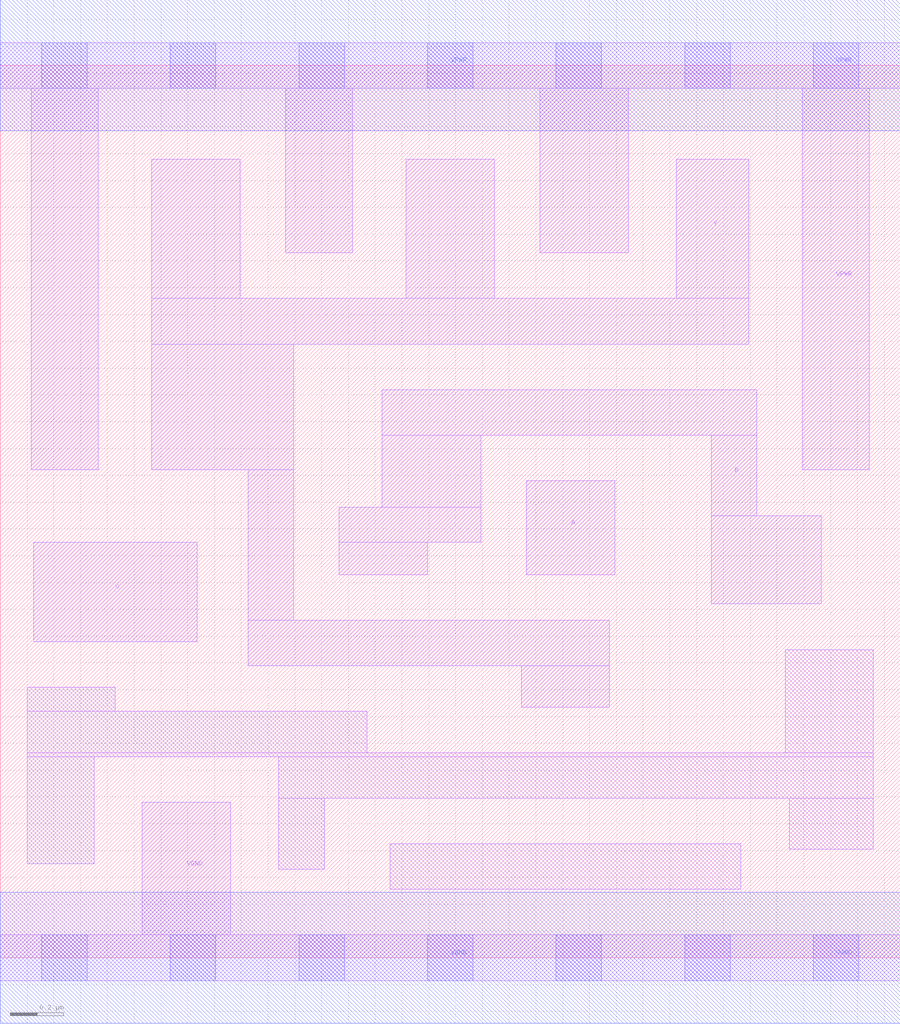
<source format=lef>
# Copyright 2020 The SkyWater PDK Authors
#
# Licensed under the Apache License, Version 2.0 (the "License");
# you may not use this file except in compliance with the License.
# You may obtain a copy of the License at
#
#     https://www.apache.org/licenses/LICENSE-2.0
#
# Unless required by applicable law or agreed to in writing, software
# distributed under the License is distributed on an "AS IS" BASIS,
# WITHOUT WARRANTIES OR CONDITIONS OF ANY KIND, either express or implied.
# See the License for the specific language governing permissions and
# limitations under the License.
#
# SPDX-License-Identifier: Apache-2.0

VERSION 5.7 ;
  NAMESCASESENSITIVE ON ;
  NOWIREEXTENSIONATPIN ON ;
  DIVIDERCHAR "/" ;
  BUSBITCHARS "[]" ;
UNITS
  DATABASE MICRONS 200 ;
END UNITS
MACRO sky130_fd_sc_hs__nand3_2
  CLASS CORE ;
  SOURCE USER ;
  FOREIGN sky130_fd_sc_hs__nand3_2 ;
  ORIGIN  0.000000  0.000000 ;
  SIZE  3.360000 BY  3.330000 ;
  SYMMETRY X Y ;
  SITE unit ;
  PIN A
    ANTENNAGATEAREA  0.558000 ;
    DIRECTION INPUT ;
    USE SIGNAL ;
    PORT
      LAYER li1 ;
        RECT 1.965000 1.430000 2.295000 1.780000 ;
    END
  END A
  PIN B
    ANTENNAGATEAREA  0.558000 ;
    DIRECTION INPUT ;
    USE SIGNAL ;
    PORT
      LAYER li1 ;
        RECT 1.265000 1.430000 1.595000 1.550000 ;
        RECT 1.265000 1.550000 1.795000 1.680000 ;
        RECT 1.425000 1.680000 1.795000 1.950000 ;
        RECT 1.425000 1.950000 2.825000 2.120000 ;
        RECT 2.655000 1.320000 3.065000 1.650000 ;
        RECT 2.655000 1.650000 2.825000 1.950000 ;
    END
  END B
  PIN C
    ANTENNAGATEAREA  0.558000 ;
    DIRECTION INPUT ;
    USE SIGNAL ;
    PORT
      LAYER li1 ;
        RECT 0.125000 1.180000 0.735000 1.550000 ;
    END
  END C
  PIN Y
    ANTENNADIFFAREA  1.220800 ;
    DIRECTION OUTPUT ;
    USE SIGNAL ;
    PORT
      LAYER li1 ;
        RECT 0.565000 1.820000 1.095000 2.290000 ;
        RECT 0.565000 2.290000 2.795000 2.460000 ;
        RECT 0.565000 2.460000 0.895000 2.980000 ;
        RECT 0.925000 1.090000 2.275000 1.260000 ;
        RECT 0.925000 1.260000 1.095000 1.820000 ;
        RECT 1.515000 2.460000 1.845000 2.980000 ;
        RECT 1.945000 0.935000 2.275000 1.090000 ;
        RECT 2.525000 2.460000 2.795000 2.980000 ;
    END
  END Y
  PIN VGND
    DIRECTION INOUT ;
    USE GROUND ;
    PORT
      LAYER li1 ;
        RECT 0.000000 -0.085000 3.360000 0.085000 ;
        RECT 0.530000  0.085000 0.860000 0.580000 ;
      LAYER mcon ;
        RECT 0.155000 -0.085000 0.325000 0.085000 ;
        RECT 0.635000 -0.085000 0.805000 0.085000 ;
        RECT 1.115000 -0.085000 1.285000 0.085000 ;
        RECT 1.595000 -0.085000 1.765000 0.085000 ;
        RECT 2.075000 -0.085000 2.245000 0.085000 ;
        RECT 2.555000 -0.085000 2.725000 0.085000 ;
        RECT 3.035000 -0.085000 3.205000 0.085000 ;
      LAYER met1 ;
        RECT 0.000000 -0.245000 3.360000 0.245000 ;
    END
  END VGND
  PIN VPWR
    DIRECTION INOUT ;
    USE POWER ;
    PORT
      LAYER li1 ;
        RECT 0.000000 3.245000 3.360000 3.415000 ;
        RECT 0.115000 1.820000 0.365000 3.245000 ;
        RECT 1.065000 2.630000 1.315000 3.245000 ;
        RECT 2.015000 2.630000 2.345000 3.245000 ;
        RECT 2.995000 1.820000 3.245000 3.245000 ;
      LAYER mcon ;
        RECT 0.155000 3.245000 0.325000 3.415000 ;
        RECT 0.635000 3.245000 0.805000 3.415000 ;
        RECT 1.115000 3.245000 1.285000 3.415000 ;
        RECT 1.595000 3.245000 1.765000 3.415000 ;
        RECT 2.075000 3.245000 2.245000 3.415000 ;
        RECT 2.555000 3.245000 2.725000 3.415000 ;
        RECT 3.035000 3.245000 3.205000 3.415000 ;
      LAYER met1 ;
        RECT 0.000000 3.085000 3.360000 3.575000 ;
    END
  END VPWR
  OBS
    LAYER li1 ;
      RECT 0.100000 0.350000 0.350000 0.750000 ;
      RECT 0.100000 0.750000 3.260000 0.765000 ;
      RECT 0.100000 0.765000 1.370000 0.920000 ;
      RECT 0.100000 0.920000 0.430000 1.010000 ;
      RECT 1.040000 0.330000 1.210000 0.595000 ;
      RECT 1.040000 0.595000 3.260000 0.750000 ;
      RECT 1.455000 0.255000 2.765000 0.425000 ;
      RECT 2.930000 0.765000 3.260000 1.150000 ;
      RECT 2.945000 0.405000 3.260000 0.595000 ;
  END
END sky130_fd_sc_hs__nand3_2

</source>
